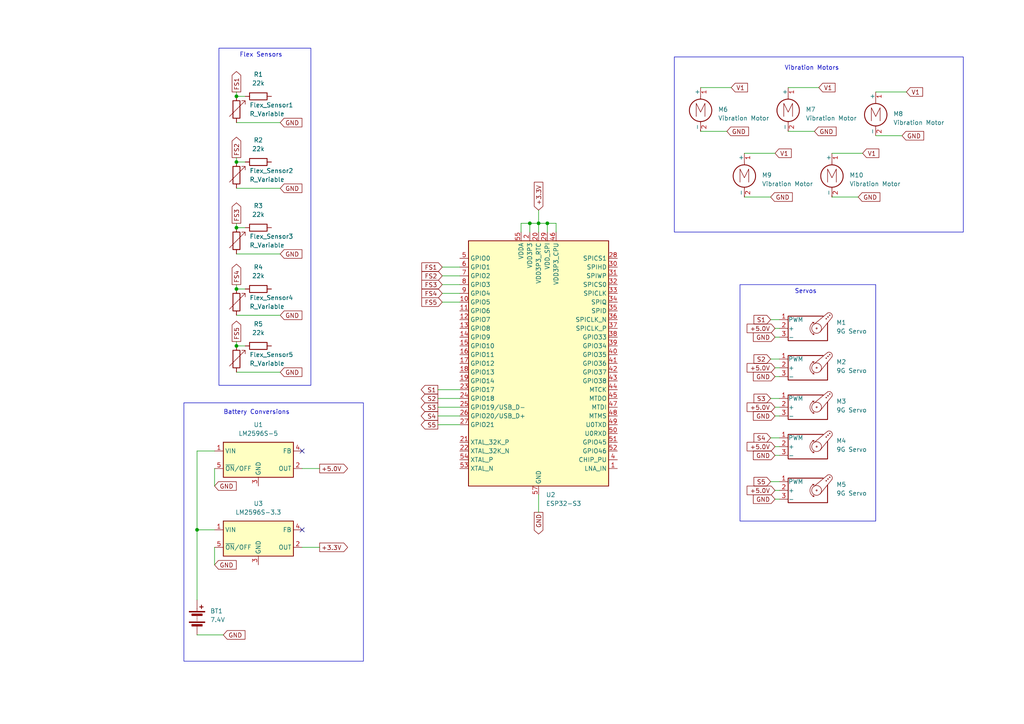
<source format=kicad_sch>
(kicad_sch (version 20250114) (generator "eeschema") (generator_version "9.0")
  (paper "A4")
  (title_block (title "Echo Hand") (date "10/2/2025") (company "Eli Campos "))
  (lib_symbols
    (symbol "Device:Battery" (pin_numbers (hide yes)) (pin_names (offset 0) (hide yes))
      (property "Reference" "BT" (at 2.54 2.54 0))
      (property "Value" "Battery" (at 2.54 0 0))
      (symbol "Battery_0_1"
        (rectangle (start -2.286 1.778) (end 2.286 1.524) (fill (type outline)))
        (rectangle (start -2.286 -1.27) (end 2.286 -1.524) (fill (type outline)))
        (rectangle (start -1.524 1.016) (end 1.524 0.508) (fill (type outline)))
        (rectangle (start -1.524 -2.032) (end 1.524 -2.54) (fill (type outline)))
        (polyline (pts (xy 0 1.778) (xy 0 2.54)))
        (polyline (pts (xy 0 0) (xy 0 0.254)))
        (polyline (pts (xy 0 -0.508) (xy 0 -0.254)))
        (polyline (pts (xy 0 -1.016) (xy 0 -0.762)))
        (polyline (pts (xy 0.762 3.048) (xy 1.778 3.048)) (stroke (width 0.254)))
        (polyline (pts (xy 1.27 3.556) (xy 1.27 2.54)) (stroke (width 0.254)))
      )
      (symbol "Battery_1_1"
        (pin passive line (at 0 5.08 270) (length 2.54) (name "+") (number "1"))
        (pin passive line (at 0 -5.08 90) (length 2.54) (name "-") (number "2"))
      )
    )
    (symbol "Device:R" (pin_numbers (hide yes)) (pin_names (offset 0))
      (property "Reference" "R" (at 2.032 0 90))
      (property "Value" "R" (at 0 0 90))
      (symbol "R_0_1"
        (rectangle (start -1.016 -2.54) (end 1.016 2.54) (stroke (width 0.254)))
      )
      (symbol "R_1_1"
        (pin passive line (at 0 3.81 270) (length 1.27) (name "~") (number "1"))
        (pin passive line (at 0 -3.81 90) (length 1.27) (name "~") (number "2"))
      )
    )
    (symbol "Device:R_Variable" (pin_numbers (hide yes)) (pin_names (offset 0))
      (property "Reference" "R" (at 2.54 -2.54 90))
      (property "Value" "R_Variable" (at -2.54 -1.27 90))
      (symbol "R_Variable_0_1"
        (rectangle (start -1.016 -2.54) (end 1.016 2.54) (stroke (width 0.254)))
        (polyline (pts (xy 2.54 1.524) (xy 2.54 2.54) (xy 1.524 2.54) (xy 2.54 2.54) (xy -2.032 -2.032)))
      )
      (symbol "R_Variable_1_1"
        (pin passive line (at 0 3.81 270) (length 1.27) (name "~") (number "1"))
        (pin passive line (at 0 -3.81 90) (length 1.27) (name "~") (number "2"))
      )
    )
    (symbol "MCU_Espressif:ESP32-S3"
      (property "Reference" "U" (at 10.16 -38.1 0))
      (property "Value" "ESP32-S3" (at 13.97 -40.64 0))
      (symbol "ESP32-S3_0_1"
        (rectangle (start -20.32 35.56) (end 20.32 -35.56) (stroke (width 0.254)) (fill (type background)))
      )
      (symbol "ESP32-S3_1_0"
        (pin passive line (at -5.08 38.1 270) (length 2.54) (hide yes) (name "VDDA") (number "56"))
        (pin bidirectional line (at 22.86 12.7 180) (length 2.54) (name "SPICLK_N") (number "36"))
        (pin bidirectional line (at 22.86 -10.16 180) (length 2.54) (name "MTDO") (number "45"))
        (pin bidirectional line (at 22.86 -22.86 180) (length 2.54) (name "GPIO45") (number "51"))
      )
      (symbol "ESP32-S3_1_1"
        (pin bidirectional line (at -22.86 30.48 0) (length 2.54) (name "GPIO0") (number "5"))
        (pin bidirectional line (at -22.86 27.94 0) (length 2.54) (name "GPIO1") (number "6"))
        (pin bidirectional line (at -22.86 25.4 0) (length 2.54) (name "GPIO2") (number "7"))
        (pin bidirectional line (at -22.86 22.86 0) (length 2.54) (name "GPIO3") (number "8"))
        (pin bidirectional line (at -22.86 20.32 0) (length 2.54) (name "GPIO4") (number "9"))
        (pin bidirectional line (at -22.86 17.78 0) (length 2.54) (name "GPIO5") (number "10"))
        (pin bidirectional line (at -22.86 15.24 0) (length 2.54) (name "GPIO6") (number "11"))
        (pin bidirectional line (at -22.86 12.7 0) (length 2.54) (name "GPIO7") (number "12"))
        (pin bidirectional line (at -22.86 10.16 0) (length 2.54) (name "GPIO8") (number "13"))
        (pin bidirectional line (at -22.86 7.62 0) (length 2.54) (name "GPIO9") (number "14"))
        (pin bidirectional line (at -22.86 5.08 0) (length 2.54) (name "GPIO10") (number "15"))
        (pin bidirectional line (at -22.86 2.54 0) (length 2.54) (name "GPIO11") (number "16"))
        (pin bidirectional line (at -22.86 0 0) (length 2.54) (name "GPIO12") (number "17"))
        (pin bidirectional line (at -22.86 -2.54 0) (length 2.54) (name "GPIO13") (number "18"))
        (pin bidirectional line (at -22.86 -5.08 0) (length 2.54) (name "GPIO14") (number "19"))
        (pin bidirectional line (at -22.86 -7.62 0) (length 2.54) (name "GPIO17") (number "23"))
        (pin bidirectional line (at -22.86 -10.16 0) (length 2.54) (name "GPIO18") (number "24"))
        (pin bidirectional line (at -22.86 -12.7 0) (length 2.54) (name "GPIO19/USB_D-") (number "25"))
        (pin bidirectional line (at -22.86 -15.24 0) (length 2.54) (name "GPIO20/USB_D+") (number "26"))
        (pin bidirectional line (at -22.86 -17.78 0) (length 2.54) (name "GPIO21") (number "27"))
        (pin passive line (at -22.86 -22.86 0) (length 2.54) (name "XTAL_32K_P") (number "21"))
        (pin passive line (at -22.86 -25.4 0) (length 2.54) (name "XTAL_32K_N") (number "22"))
        (pin input line (at -22.86 -27.94 0) (length 2.54) (name "XTAL_P") (number "54"))
        (pin output line (at -22.86 -30.48 0) (length 2.54) (name "XTAL_N") (number "53"))
        (pin power_in line (at -5.08 38.1 270) (length 2.54) (name "VDDA") (number "55"))
        (pin power_in line (at -2.54 38.1 270) (length 2.54) (name "VDD3P3") (number "2"))
        (pin passive line (at -2.54 38.1 270) (length 2.54) (hide yes) (name "VDD3P3") (number "3"))
        (pin power_in line (at 0 38.1 270) (length 2.54) (name "VDD3P3_RTC") (number "20"))
        (pin power_in line (at 0 -38.1 90) (length 2.54) (name "GND") (number "57"))
        (pin power_in line (at 2.54 38.1 270) (length 2.54) (name "VDD_SPI") (number "29"))
        (pin power_in line (at 5.08 38.1 270) (length 2.54) (name "VDD3P3_CPU") (number "46"))
        (pin bidirectional line (at 22.86 30.48 180) (length 2.54) (name "SPICS1") (number "28"))
        (pin bidirectional line (at 22.86 27.94 180) (length 2.54) (name "SPIHD") (number "30"))
        (pin bidirectional line (at 22.86 25.4 180) (length 2.54) (name "SPIWP") (number "31"))
        (pin bidirectional line (at 22.86 22.86 180) (length 2.54) (name "SPICS0") (number "32"))
        (pin bidirectional line (at 22.86 20.32 180) (length 2.54) (name "SPICLK") (number "33"))
        (pin bidirectional line (at 22.86 17.78 180) (length 2.54) (name "SPIQ") (number "34"))
        (pin bidirectional line (at 22.86 15.24 180) (length 2.54) (name "SPID") (number "35"))
        (pin bidirectional line (at 22.86 10.16 180) (length 2.54) (name "SPICLK_P") (number "37"))
        (pin bidirectional line (at 22.86 7.62 180) (length 2.54) (name "GPIO33") (number "38"))
        (pin bidirectional line (at 22.86 5.08 180) (length 2.54) (name "GPIO34") (number "39"))
        (pin bidirectional line (at 22.86 2.54 180) (length 2.54) (name "GPIO35") (number "40"))
        (pin bidirectional line (at 22.86 0 180) (length 2.54) (name "GPIO36") (number "41"))
        (pin bidirectional line (at 22.86 -2.54 180) (length 2.54) (name "GPIO37") (number "42"))
        (pin bidirectional line (at 22.86 -5.08 180) (length 2.54) (name "GPIO38") (number "43"))
        (pin bidirectional line (at 22.86 -7.62 180) (length 2.54) (name "MTCK") (number "44"))
        (pin bidirectional line (at 22.86 -12.7 180) (length 2.54) (name "MTDI") (number "47"))
        (pin bidirectional line (at 22.86 -15.24 180) (length 2.54) (name "MTMS") (number "48"))
        (pin bidirectional line (at 22.86 -17.78 180) (length 2.54) (name "U0TXD") (number "49"))
        (pin bidirectional line (at 22.86 -20.32 180) (length 2.54) (name "U0RXD") (number "50"))
        (pin bidirectional line (at 22.86 -25.4 180) (length 2.54) (name "GPIO46") (number "52"))
        (pin input line (at 22.86 -27.94 180) (length 2.54) (name "CHIP_PU") (number "4"))
        (pin bidirectional line (at 22.86 -30.48 180) (length 2.54) (name "LNA_IN") (number "1"))
      )
    )
    (symbol "Motor:Motor_DC" (pin_names (offset 0))
      (property "Reference" "M" (at 2.54 2.54 0))
      (property "Value" "Motor_DC" (at 2.54 -5.08 0))
      (symbol "Motor_DC_0_0"
        (polyline (pts (xy -1.27 -3.302) (xy -1.27 0.508) (xy 0 -2.032) (xy 1.27 0.508) (xy 1.27 -3.302)))
      )
      (symbol "Motor_DC_0_1"
        (polyline (pts (xy 0 2.032) (xy 0 2.54)))
        (polyline (pts (xy 0 1.7272) (xy 0 2.0828)))
        (circle (center 0 -1.524) (radius 3.2512) (stroke (width 0.254)))
        (polyline (pts (xy 0 -4.7752) (xy 0 -5.1816)))
        (polyline (pts (xy 0 -7.62) (xy 0 -7.112)))
      )
      (symbol "Motor_DC_1_1"
        (pin passive line (at 0 5.08 270) (length 2.54) (name "+") (number "1"))
        (pin passive line (at 0 -7.62 90) (length 2.54) (name "-") (number "2"))
      )
    )
    (symbol "Motor:Motor_Servo" (pin_names (offset 0.0254))
      (property "Reference" "M" (at -5.08 4.445 0))
      (property "Value" "Motor_Servo" (at -5.08 -4.064 0))
      (symbol "Motor_Servo_0_1"
        (polyline (pts (xy 2.413 1.778) (xy 1.905 1.778)))
        (polyline (pts (xy 2.413 1.778) (xy 2.286 1.397)))
        (polyline (pts (xy 2.413 -1.778) (xy 2.032 -1.778)))
        (polyline (pts (xy 2.413 -1.778) (xy 2.286 -1.397)))
        (arc (start 2.413 -1.778) (mid 1.2406 0) (end 2.413 1.778))
        (circle (center 3.175 0) (radius 0.1778))
        (circle (center 3.175 0) (radius 1.4224))
        (polyline (pts (xy 5.08 3.556) (xy -5.08 3.556) (xy -5.08 -3.556) (xy 6.35 -3.556) (xy 6.35 1.524)) (stroke (width 0.254)))
        (circle (center 5.969 2.794) (radius 0.127))
        (polyline (pts (xy 6.35 4.445) (xy 2.54 1.27)))
        (circle (center 6.477 3.302) (radius 0.127))
        (arc (start 6.35 4.445) (mid 7.4487 4.2737) (end 7.62 3.175))
        (circle (center 6.985 3.81) (radius 0.127))
        (polyline (pts (xy 7.62 3.175) (xy 4.191 -1.016)))
      )
      (symbol "Motor_Servo_1_1"
        (pin passive line (at -7.62 2.54 0) (length 2.54) (name "PWM") (number "1"))
        (pin passive line (at -7.62 0 0) (length 2.54) (name "+") (number "2"))
        (pin passive line (at -7.62 -2.54 0) (length 2.54) (name "-") (number "3"))
      )
    )
    (symbol "Regulator_Switching:LM2596S-3.3"
      (property "Reference" "U" (at -10.16 6.35 0))
      (property "Value" "LM2596S-3.3" (at 0 6.35 0))
      (symbol "LM2596S-3.3_0_1"
        (rectangle (start -10.16 5.08) (end 10.16 -5.08) (stroke (width 0.254)) (fill (type background)))
      )
      (symbol "LM2596S-3.3_1_1"
        (pin power_in line (at -12.7 2.54 0) (length 2.54) (name "VIN") (number "1"))
        (pin input line (at -12.7 -2.54 0) (length 2.54) (name "~{ON}/OFF") (number "5"))
        (pin power_in line (at 0 -7.62 90) (length 2.54) (name "GND") (number "3"))
        (pin input line (at 12.7 2.54 180) (length 2.54) (name "FB") (number "4"))
        (pin output line (at 12.7 -2.54 180) (length 2.54) (name "OUT") (number "2"))
      )
    )
    (symbol "Regulator_Switching:LM2596S-5"
      (property "Reference" "U" (at -10.16 6.35 0))
      (property "Value" "LM2596S-5" (at 0 6.35 0))
      (symbol "LM2596S-5_0_1"
        (rectangle (start -10.16 5.08) (end 10.16 -5.08) (stroke (width 0.254)) (fill (type background)))
      )
      (symbol "LM2596S-5_1_1"
        (pin power_in line (at -12.7 2.54 0) (length 2.54) (name "VIN") (number "1"))
        (pin input line (at -12.7 -2.54 0) (length 2.54) (name "~{ON}/OFF") (number "5"))
        (pin power_in line (at 0 -7.62 90) (length 2.54) (name "GND") (number "3"))
        (pin input line (at 12.7 2.54 180) (length 2.54) (name "FB") (number "4"))
        (pin output line (at 12.7 -2.54 180) (length 2.54) (name "OUT") (number "2"))
      )
    )
  )
  (rectangle (start 53.34 116.84) (end 105.41 191.77))
  (rectangle (start 214.63 82.55) (end 254 151.13))
  (rectangle (start 195.58 16.51) (end 279.4 67.31))
  (rectangle (start 63.5 13.97) (end 90.17 111.76))
  (text "Vibration Motors\n" (at 235.458 19.812 0) (effects (font (size 1.27 1.27))))
  (text "Battery Conversions\n" (at 74.422 119.634 0) (effects (font (size 1.27 1.27))))
  (text "Flex Sensors\n" (at 75.692 16.002 0) (effects (font (size 1.27 1.27))))
  (text "Servos\n" (at 233.68 84.582 0) (effects (font (size 1.27 1.27))))
  (junction (at 68.58 83.82))
  (junction (at 158.75 64.77))
  (junction (at 68.58 66.04))
  (junction (at 156.21 64.77))
  (junction (at 68.58 46.99))
  (junction (at 68.58 100.33))
  (junction (at 57.15 153.67))
  (junction (at 153.67 64.77))
  (junction (at 68.58 27.94))
  (no_connect (at 87.63 153.67))
  (no_connect (at 87.63 130.81))
  (wire (pts (xy 68.58 107.95) (xy 81.28 107.95)))
  (wire (pts (xy 224.79 95.25) (xy 226.06 95.25)))
  (wire (pts (xy 68.58 66.04) (xy 71.12 66.04)))
  (wire (pts (xy 62.23 135.89) (xy 62.23 140.97)))
  (wire (pts (xy 241.3 44.45) (xy 250.19 44.45)))
  (wire (pts (xy 158.75 64.77) (xy 161.29 64.77)))
  (wire (pts (xy 223.52 139.7) (xy 226.06 139.7)))
  (wire (pts (xy 161.29 64.77) (xy 161.29 67.31)))
  (wire (pts (xy 224.79 106.68) (xy 226.06 106.68)))
  (wire (pts (xy 156.21 60.96) (xy 156.21 64.77)))
  (wire (pts (xy 57.15 173.99) (xy 57.15 153.67)))
  (wire (pts (xy 87.63 135.89) (xy 92.71 135.89)))
  (wire (pts (xy 228.6 25.4) (xy 237.49 25.4)))
  (wire (pts (xy 68.58 73.66) (xy 81.28 73.66)))
  (wire (pts (xy 224.79 132.08) (xy 226.06 132.08)))
  (wire (pts (xy 156.21 64.77) (xy 158.75 64.77)))
  (wire (pts (xy 128.27 77.47) (xy 133.35 77.47)))
  (wire (pts (xy 223.52 127) (xy 226.06 127)))
  (wire (pts (xy 224.79 129.54) (xy 226.06 129.54)))
  (wire (pts (xy 127 113.03) (xy 133.35 113.03)))
  (wire (pts (xy 153.67 64.77) (xy 156.21 64.77)))
  (wire (pts (xy 151.13 67.31) (xy 151.13 64.77)))
  (wire (pts (xy 57.15 153.67) (xy 57.15 130.81)))
  (wire (pts (xy 68.58 100.33) (xy 71.12 100.33)))
  (wire (pts (xy 87.63 158.75) (xy 92.71 158.75)))
  (wire (pts (xy 228.6 38.1) (xy 236.22 38.1)))
  (wire (pts (xy 224.79 97.79) (xy 226.06 97.79)))
  (wire (pts (xy 68.58 46.99) (xy 71.12 46.99)))
  (wire (pts (xy 127 118.11) (xy 133.35 118.11)))
  (wire (pts (xy 156.21 143.51) (xy 156.21 148.59)))
  (wire (pts (xy 223.52 104.14) (xy 226.06 104.14)))
  (wire (pts (xy 68.58 45.72) (xy 68.58 46.99)))
  (wire (pts (xy 215.9 57.15) (xy 223.52 57.15)))
  (wire (pts (xy 156.21 64.77) (xy 156.21 67.31)))
  (wire (pts (xy 127 115.57) (xy 133.35 115.57)))
  (wire (pts (xy 68.58 54.61) (xy 81.28 54.61)))
  (wire (pts (xy 224.79 120.65) (xy 226.06 120.65)))
  (wire (pts (xy 57.15 153.67) (xy 62.23 153.67)))
  (wire (pts (xy 68.58 91.44) (xy 81.28 91.44)))
  (wire (pts (xy 128.27 87.63) (xy 133.35 87.63)))
  (wire (pts (xy 151.13 64.77) (xy 153.67 64.77)))
  (wire (pts (xy 68.58 35.56) (xy 81.28 35.56)))
  (wire (pts (xy 57.15 184.15) (xy 64.77 184.15)))
  (wire (pts (xy 254 39.37) (xy 261.62 39.37)))
  (wire (pts (xy 223.52 115.57) (xy 226.06 115.57)))
  (wire (pts (xy 254 26.67) (xy 262.89 26.67)))
  (wire (pts (xy 224.79 144.78) (xy 226.06 144.78)))
  (wire (pts (xy 224.79 109.22) (xy 226.06 109.22)))
  (wire (pts (xy 224.79 118.11) (xy 226.06 118.11)))
  (wire (pts (xy 68.58 99.06) (xy 68.58 100.33)))
  (wire (pts (xy 158.75 64.77) (xy 158.75 67.31)))
  (wire (pts (xy 68.58 27.94) (xy 71.12 27.94)))
  (wire (pts (xy 224.79 142.24) (xy 226.06 142.24)))
  (wire (pts (xy 57.15 130.81) (xy 62.23 130.81)))
  (wire (pts (xy 241.3 57.15) (xy 248.92 57.15)))
  (wire (pts (xy 68.58 83.82) (xy 71.12 83.82)))
  (wire (pts (xy 128.27 82.55) (xy 133.35 82.55)))
  (wire (pts (xy 215.9 44.45) (xy 224.79 44.45)))
  (wire (pts (xy 128.27 80.01) (xy 133.35 80.01)))
  (wire (pts (xy 153.67 64.77) (xy 153.67 67.31)))
  (wire (pts (xy 62.23 158.75) (xy 62.23 163.83)))
  (wire (pts (xy 68.58 82.55) (xy 68.58 83.82)))
  (wire (pts (xy 203.2 38.1) (xy 210.82 38.1)))
  (wire (pts (xy 68.58 26.67) (xy 68.58 27.94)))
  (wire (pts (xy 127 120.65) (xy 133.35 120.65)))
  (wire (pts (xy 127 123.19) (xy 133.35 123.19)))
  (wire (pts (xy 203.2 25.4) (xy 212.09 25.4)))
  (wire (pts (xy 68.58 64.77) (xy 68.58 66.04)))
  (wire (pts (xy 128.27 85.09) (xy 133.35 85.09)))
  (wire (pts (xy 223.52 92.71) (xy 226.06 92.71)))
  (global_label "GND" (shape input) (at 236.22 38.1 0) (property "Intersheetrefs" "${INTERSHEET_REFS}" (effects (hide yes))))
  (global_label "GND" (shape input) (at 81.28 73.66 0) (property "Intersheetrefs" "${INTERSHEET_REFS}" (effects (hide yes))))
  (global_label "+5.0V" (shape input) (at 224.79 95.25 180) (property "Intersheetrefs" "${INTERSHEET_REFS}" (effects (hide yes))))
  (global_label "GND" (shape input) (at 62.23 163.83 0) (property "Intersheetrefs" "${INTERSHEET_REFS}" (effects (hide yes))))
  (global_label "+5.0V" (shape input) (at 224.79 142.24 180) (property "Intersheetrefs" "${INTERSHEET_REFS}" (effects (hide yes))))
  (global_label "+5.0V" (shape input) (at 224.79 118.11 180) (property "Intersheetrefs" "${INTERSHEET_REFS}" (effects (hide yes))))
  (global_label "FS1" (shape input) (at 128.27 77.47 180) (property "Intersheetrefs" "${INTERSHEET_REFS}" (effects (hide yes))))
  (global_label "S5" (shape output) (at 127 123.19 180) (property "Intersheetrefs" "${INTERSHEET_REFS}" (effects (hide yes))))
  (global_label "GND" (shape input) (at 224.79 132.08 180) (property "Intersheetrefs" "${INTERSHEET_REFS}" (effects (hide yes))))
  (global_label "S4" (shape input) (at 223.52 127 180) (property "Intersheetrefs" "${INTERSHEET_REFS}" (effects (hide yes))))
  (global_label "GND" (shape input) (at 224.79 109.22 180) (property "Intersheetrefs" "${INTERSHEET_REFS}" (effects (hide yes))))
  (global_label "+5.0V" (shape output) (at 92.71 135.89 0) (property "Intersheetrefs" "${INTERSHEET_REFS}" (effects (hide yes))))
  (global_label "GND" (shape input) (at 261.62 39.37 0) (property "Intersheetrefs" "${INTERSHEET_REFS}" (effects (hide yes))))
  (global_label "+5.0V" (shape input) (at 224.79 106.68 180) (property "Intersheetrefs" "${INTERSHEET_REFS}" (effects (hide yes))))
  (global_label "FS4" (shape input) (at 128.27 85.09 180) (property "Intersheetrefs" "${INTERSHEET_REFS}" (effects (hide yes))))
  (global_label "V1" (shape input) (at 224.79 44.45 0) (property "Intersheetrefs" "${INTERSHEET_REFS}" (effects (hide yes))))
  (global_label "FS3" (shape output) (at 68.58 64.77 90) (property "Intersheetrefs" "${INTERSHEET_REFS}" (effects (hide yes))))
  (global_label "GND" (shape input) (at 224.79 97.79 180) (property "Intersheetrefs" "${INTERSHEET_REFS}" (effects (hide yes))))
  (global_label "V1" (shape input) (at 262.89 26.67 0) (property "Intersheetrefs" "${INTERSHEET_REFS}" (effects (hide yes))))
  (global_label "S1" (shape output) (at 127 113.03 180) (property "Intersheetrefs" "${INTERSHEET_REFS}" (effects (hide yes))))
  (global_label "GND" (shape input) (at 224.79 120.65 180) (property "Intersheetrefs" "${INTERSHEET_REFS}" (effects (hide yes))))
  (global_label "FS4" (shape output) (at 68.58 82.55 90) (property "Intersheetrefs" "${INTERSHEET_REFS}" (effects (hide yes))))
  (global_label "+5.0V" (shape input) (at 224.79 129.54 180) (property "Intersheetrefs" "${INTERSHEET_REFS}" (effects (hide yes))))
  (global_label "S1" (shape input) (at 223.52 92.71 180) (property "Intersheetrefs" "${INTERSHEET_REFS}" (effects (hide yes))))
  (global_label "FS5" (shape output) (at 68.58 99.06 90) (property "Intersheetrefs" "${INTERSHEET_REFS}" (effects (hide yes))))
  (global_label "GND" (shape input) (at 224.79 144.78 180) (property "Intersheetrefs" "${INTERSHEET_REFS}" (effects (hide yes))))
  (global_label "S3" (shape input) (at 223.52 115.57 180) (property "Intersheetrefs" "${INTERSHEET_REFS}" (effects (hide yes))))
  (global_label "GND" (shape input) (at 81.28 107.95 0) (property "Intersheetrefs" "${INTERSHEET_REFS}" (effects (hide yes))))
  (global_label "S2" (shape output) (at 127 115.57 180) (property "Intersheetrefs" "${INTERSHEET_REFS}" (effects (hide yes))))
  (global_label "V1" (shape input) (at 237.49 25.4 0) (property "Intersheetrefs" "${INTERSHEET_REFS}" (effects (hide yes))))
  (global_label "S3" (shape output) (at 127 118.11 180) (property "Intersheetrefs" "${INTERSHEET_REFS}" (effects (hide yes))))
  (global_label "+3.3V" (shape input) (at 156.21 60.96 90) (property "Intersheetrefs" "${INTERSHEET_REFS}" (effects (hide yes))))
  (global_label "GND" (shape input) (at 248.92 57.15 0) (property "Intersheetrefs" "${INTERSHEET_REFS}" (effects (hide yes))))
  (global_label "FS2" (shape output) (at 68.58 45.72 90) (property "Intersheetrefs" "${INTERSHEET_REFS}" (effects (hide yes))))
  (global_label "GND" (shape input) (at 223.52 57.15 0) (property "Intersheetrefs" "${INTERSHEET_REFS}" (effects (hide yes))))
  (global_label "GND" (shape input) (at 210.82 38.1 0) (property "Intersheetrefs" "${INTERSHEET_REFS}" (effects (hide yes))))
  (global_label "+3.3V" (shape output) (at 92.71 158.75 0) (property "Intersheetrefs" "${INTERSHEET_REFS}" (effects (hide yes))))
  (global_label "GND" (shape input) (at 81.28 54.61 0) (property "Intersheetrefs" "${INTERSHEET_REFS}" (effects (hide yes))))
  (global_label "FS5" (shape input) (at 128.27 87.63 180) (property "Intersheetrefs" "${INTERSHEET_REFS}" (effects (hide yes))))
  (global_label "V1" (shape input) (at 250.19 44.45 0) (property "Intersheetrefs" "${INTERSHEET_REFS}" (effects (hide yes))))
  (global_label "S5" (shape input) (at 223.52 139.7 180) (property "Intersheetrefs" "${INTERSHEET_REFS}" (effects (hide yes))))
  (global_label "FS1" (shape output) (at 68.58 26.67 90) (property "Intersheetrefs" "${INTERSHEET_REFS}" (effects (hide yes))))
  (global_label "GND" (shape input) (at 81.28 91.44 0) (property "Intersheetrefs" "${INTERSHEET_REFS}" (effects (hide yes))))
  (global_label "V1" (shape input) (at 212.09 25.4 0) (property "Intersheetrefs" "${INTERSHEET_REFS}" (effects (hide yes))))
  (global_label "GND" (shape input) (at 62.23 140.97 0) (property "Intersheetrefs" "${INTERSHEET_REFS}" (effects (hide yes))))
  (global_label "GND" (shape output) (at 156.21 148.59 270) (property "Intersheetrefs" "${INTERSHEET_REFS}" (effects (hide yes))))
  (global_label "GND" (shape input) (at 81.28 35.56 0) (property "Intersheetrefs" "${INTERSHEET_REFS}" (effects (hide yes))))
  (global_label "GND" (shape input) (at 64.77 184.15 0) (property "Intersheetrefs" "${INTERSHEET_REFS}" (effects (hide yes))))
  (global_label "FS3" (shape input) (at 128.27 82.55 180) (property "Intersheetrefs" "${INTERSHEET_REFS}" (effects (hide yes))))
  (global_label "S4" (shape output) (at 127 120.65 180) (property "Intersheetrefs" "${INTERSHEET_REFS}" (effects (hide yes))))
  (global_label "FS2" (shape input) (at 128.27 80.01 180) (property "Intersheetrefs" "${INTERSHEET_REFS}" (effects (hide yes))))
  (global_label "S2" (shape input) (at 223.52 104.14 180) (property "Intersheetrefs" "${INTERSHEET_REFS}" (effects (hide yes))))
  (symbol (lib_id "Motor:Motor_Servo") (at 233.68 118.11 0) (unit 1)
    (property "Reference" "M3" (at 242.57 116.4068 0) (effects (justify left)))
    (property "Value" "9G Servo" (at 242.57 118.9468 0) (effects (justify left)))
    (property "Datasheet" "http://forums.parallax.com/uploads/attachments/46831/74481.png" (effects (hide yes)))
    (property "Description" "Servo Motor (Futaba, HiTec, JR connector)" (effects (hide yes)))
  )
  (symbol (lib_id "Device:R_Variable") (at 68.58 31.75 0) (unit 1)
    (property "Reference" "Flex_Sensor1" (at 72.39 30.4799 0) (effects (justify left)))
    (property "Value" "R_Variable" (at 72.39 33.0199 0) (effects (justify left)))
    (property "Description" "Variable resistor" (effects (hide yes)))
  )
  (symbol (lib_id "Regulator_Switching:LM2596S-5") (at 74.93 133.35 0) (unit 1)
    (property "Reference" "U1" (at 74.93 123.19 0))
    (property "Value" "LM2596S-5" (at 74.93 125.73 0))
    (property "Footprint" "Package_TO_SOT_SMD:TO-263-5_TabPin3" (effects (hide yes)))
    (property "Datasheet" "http://www.ti.com/lit/ds/symlink/lm2596.pdf" (effects (hide yes)))
    (property "Description" "5V 3A Step-Down Voltage Regulator, TO-263" (effects (hide yes)))
  )
  (symbol (lib_id "Device:R") (at 74.93 27.94 90) (unit 1)
    (property "Reference" "R1" (at 74.93 21.59 90))
    (property "Value" "22k" (at 74.93 24.13 90))
    (property "Description" "Resistor" (effects (hide yes)))
  )
  (symbol (lib_id "Motor:Motor_Servo") (at 233.68 129.54 0) (unit 1)
    (property "Reference" "M4" (at 242.57 127.8368 0) (effects (justify left)))
    (property "Value" "9G Servo" (at 242.57 130.3768 0) (effects (justify left)))
    (property "Datasheet" "http://forums.parallax.com/uploads/attachments/46831/74481.png" (effects (hide yes)))
    (property "Description" "Servo Motor (Futaba, HiTec, JR connector)" (effects (hide yes)))
  )
  (symbol (lib_id "Motor:Motor_DC") (at 228.6 30.48 0) (unit 1)
    (property "Reference" "M7" (at 233.68 31.7499 0) (effects (justify left)))
    (property "Value" "Vibration Motor" (at 233.68 34.2899 0) (effects (justify left)))
    (property "Description" "DC Motor" (effects (hide yes)))
  )
  (symbol (lib_id "Device:R") (at 74.93 83.82 90) (unit 1)
    (property "Reference" "R4" (at 74.93 77.47 90))
    (property "Value" "22k" (at 74.93 80.01 90))
    (property "Description" "Resistor" (effects (hide yes)))
  )
  (symbol (lib_id "Regulator_Switching:LM2596S-3.3") (at 74.93 156.21 0) (unit 1)
    (property "Reference" "U3" (at 74.93 146.05 0))
    (property "Value" "LM2596S-3.3" (at 74.93 148.59 0))
    (property "Footprint" "Package_TO_SOT_SMD:TO-263-5_TabPin3" (effects (hide yes)))
    (property "Datasheet" "http://www.ti.com/lit/ds/symlink/lm2596.pdf" (effects (hide yes)))
    (property "Description" "3.3V 3A Step-Down Voltage Regulator, TO-263" (effects (hide yes)))
  )
  (symbol (lib_id "Device:R_Variable") (at 68.58 87.63 0) (unit 1)
    (property "Reference" "Flex_Sensor4" (at 72.39 86.3599 0) (effects (justify left)))
    (property "Value" "R_Variable" (at 72.39 88.8999 0) (effects (justify left)))
    (property "Description" "Variable resistor" (effects (hide yes)))
  )
  (symbol (lib_id "Device:R_Variable") (at 68.58 104.14 0) (unit 1)
    (property "Reference" "Flex_Sensor5" (at 72.39 102.8699 0) (effects (justify left)))
    (property "Value" "R_Variable" (at 72.39 105.4099 0) (effects (justify left)))
    (property "Description" "Variable resistor" (effects (hide yes)))
  )
  (symbol (lib_id "Motor:Motor_Servo") (at 233.68 95.25 0) (unit 1)
    (property "Reference" "M1" (at 242.57 93.5468 0) (effects (justify left)))
    (property "Value" "9G Servo" (at 242.57 96.0868 0) (effects (justify left)))
    (property "Datasheet" "http://forums.parallax.com/uploads/attachments/46831/74481.png" (effects (hide yes)))
    (property "Description" "Servo Motor (Futaba, HiTec, JR connector)" (effects (hide yes)))
  )
  (symbol (lib_id "Device:Battery") (at 57.15 179.07 0) (unit 1)
    (property "Reference" "BT1" (at 60.96 177.2284 0) (effects (justify left)))
    (property "Value" "7.4V" (at 60.96 179.7684 0) (effects (justify left)))
    (property "Description" "Multiple-cell battery" (effects (hide yes)))
  )
  (symbol (lib_id "MCU_Espressif:ESP32-S3") (at 156.21 105.41 0) (unit 1)
    (property "Reference" "U2" (at 158.3533 143.51 0) (effects (justify left)))
    (property "Value" "ESP32-S3" (at 158.3533 146.05 0) (effects (justify left)))
    (property "Footprint" "Package_DFN_QFN:QFN-56-1EP_7x7mm_P0.4mm_EP4x4mm" (effects (hide yes)))
    (property "Datasheet" "https://www.espressif.com/sites/default/files/documentation/esp32-s3_datasheet_en.pdf" (effects (hide yes)))
    (property "Description" "Microcontroller, Wi-Fi 802.11b/g/n, Bluetooth, 32bit" (effects (hide yes)))
  )
  (symbol (lib_id "Motor:Motor_DC") (at 254 31.75 0) (unit 1)
    (property "Reference" "M8" (at 259.08 33.0199 0) (effects (justify left)))
    (property "Value" "Vibration Motor" (at 259.08 35.5599 0) (effects (justify left)))
    (property "Description" "DC Motor" (effects (hide yes)))
  )
  (symbol (lib_id "Motor:Motor_DC") (at 215.9 49.53 0) (unit 1)
    (property "Reference" "M9" (at 220.98 50.7999 0) (effects (justify left)))
    (property "Value" "Vibration Motor" (at 220.98 53.3399 0) (effects (justify left)))
    (property "Description" "DC Motor" (effects (hide yes)))
  )
  (symbol (lib_id "Motor:Motor_Servo") (at 233.68 106.68 0) (unit 1)
    (property "Reference" "M2" (at 242.57 104.9768 0) (effects (justify left)))
    (property "Value" "9G Servo" (at 242.57 107.5168 0) (effects (justify left)))
    (property "Datasheet" "http://forums.parallax.com/uploads/attachments/46831/74481.png" (effects (hide yes)))
    (property "Description" "Servo Motor (Futaba, HiTec, JR connector)" (effects (hide yes)))
  )
  (symbol (lib_id "Motor:Motor_Servo") (at 233.68 142.24 0) (unit 1)
    (property "Reference" "M5" (at 242.57 140.5368 0) (effects (justify left)))
    (property "Value" "9G Servo" (at 242.57 143.0768 0) (effects (justify left)))
    (property "Datasheet" "http://forums.parallax.com/uploads/attachments/46831/74481.png" (effects (hide yes)))
    (property "Description" "Servo Motor (Futaba, HiTec, JR connector)" (effects (hide yes)))
  )
  (symbol (lib_id "Device:R") (at 74.93 100.33 90) (unit 1)
    (property "Reference" "R5" (at 74.93 93.98 90))
    (property "Value" "22k" (at 74.93 96.52 90))
    (property "Description" "Resistor" (effects (hide yes)))
  )
  (symbol (lib_id "Motor:Motor_DC") (at 241.3 49.53 0) (unit 1)
    (property "Reference" "M10" (at 246.38 50.7999 0) (effects (justify left)))
    (property "Value" "Vibration Motor" (at 246.38 53.3399 0) (effects (justify left)))
    (property "Description" "DC Motor" (effects (hide yes)))
  )
  (symbol (lib_id "Device:R_Variable") (at 68.58 50.8 0) (unit 1)
    (property "Reference" "Flex_Sensor2" (at 72.39 49.5299 0) (effects (justify left)))
    (property "Value" "R_Variable" (at 72.39 52.0699 0) (effects (justify left)))
    (property "Description" "Variable resistor" (effects (hide yes)))
  )
  (symbol (lib_id "Motor:Motor_DC") (at 203.2 30.48 0) (unit 1)
    (property "Reference" "M6" (at 208.28 31.7499 0) (effects (justify left)))
    (property "Value" "Vibration Motor" (at 208.28 34.2899 0) (effects (justify left)))
    (property "Description" "DC Motor" (effects (hide yes)))
  )
  (symbol (lib_id "Device:R_Variable") (at 68.58 69.85 0) (unit 1)
    (property "Reference" "Flex_Sensor3" (at 72.39 68.5799 0) (effects (justify left)))
    (property "Value" "R_Variable" (at 72.39 71.1199 0) (effects (justify left)))
    (property "Description" "Variable resistor" (effects (hide yes)))
  )
  (symbol (lib_id "Device:R") (at 74.93 46.99 90) (unit 1)
    (property "Reference" "R2" (at 74.93 40.64 90))
    (property "Value" "22k" (at 74.93 43.18 90))
    (property "Description" "Resistor" (effects (hide yes)))
  )
  (symbol (lib_id "Device:R") (at 74.93 66.04 90) (unit 1)
    (property "Reference" "R3" (at 74.93 59.69 90))
    (property "Value" "22k" (at 74.93 62.23 90))
    (property "Description" "Resistor" (effects (hide yes)))
  )
)
</source>
